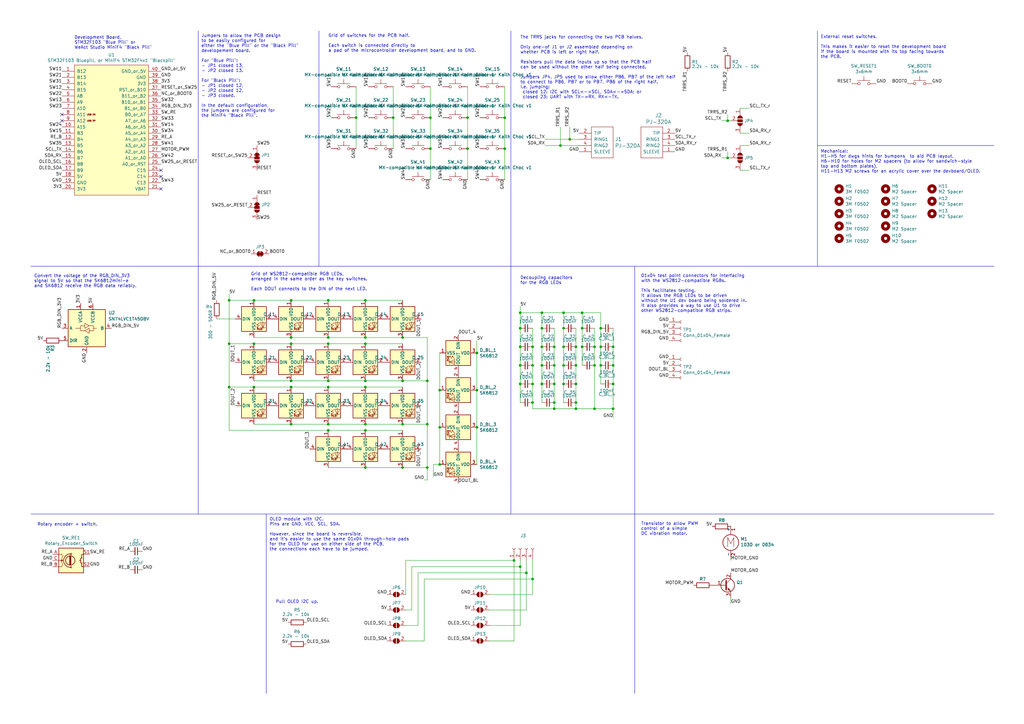
<source format=kicad_sch>
(kicad_sch (version 20230121) (generator eeschema)
  (paper "A3")
  (title_block (title "Reversible Split Keyboard Half") (date "2021-05-21") (rev "2021.5") (company "Richard Goulter") (comment 1 "SK6812mini-e used for per-key RGBs. SK6812 for underglow.") (comment 2 "TRRS Jacks connected to UART or I2C.") (comment 3 "Switch \"matrix\" is a collection of switches, each directly connected to the controller.") (comment 4 "Split keyboard half for the WeAct Studio MiniF4 dev board."))
  (junction (at 191.77 48.26))
  (junction (at 149.86 158.75))
  (junction (at 134.62 158.75))
  (junction (at 243.84 149.86))
  (junction (at 213.36 157.48))
  (junction (at 134.62 138.43))
  (junction (at 213.36 142.24))
  (junction (at 213.36 149.86))
  (junction (at 238.76 142.24))
  (junction (at 231.14 149.86))
  (junction (at 213.36 134.62))
  (junction (at 165.1 191.77))
  (junction (at 175.26 173.99))
  (junction (at 218.44 157.48))
  (junction (at 229.87 59.69))
  (junction (at 93.98 158.75))
  (junction (at 176.53 48.26))
  (junction (at 176.53 60.96))
  (junction (at 146.05 48.26))
  (junction (at 236.22 142.24))
  (junction (at 149.86 156.21))
  (junction (at 215.9 234.95))
  (junction (at 134.62 156.21))
  (junction (at 119.38 123.19))
  (junction (at 165.1 173.99))
  (junction (at 207.01 60.96))
  (junction (at 165.1 156.21))
  (junction (at 195.58 144.78))
  (junction (at 149.86 176.53))
  (junction (at 246.38 142.24))
  (junction (at 207.01 48.26))
  (junction (at 210.82 229.87))
  (junction (at 238.76 134.62))
  (junction (at 251.46 167.64))
  (junction (at 175.26 156.21))
  (junction (at 227.33 165.1))
  (junction (at 243.84 167.64))
  (junction (at 119.38 173.99))
  (junction (at 134.62 173.99))
  (junction (at 231.14 128.27))
  (junction (at 195.58 160.02))
  (junction (at 251.46 157.48))
  (junction (at 93.98 140.97))
  (junction (at 149.86 140.97))
  (junction (at 231.14 134.62))
  (junction (at 233.68 57.15))
  (junction (at 149.86 173.99))
  (junction (at 191.77 60.96))
  (junction (at 218.44 149.86))
  (junction (at 236.22 165.1))
  (junction (at 180.34 160.02))
  (junction (at 134.62 123.19))
  (junction (at 134.62 140.97))
  (junction (at 149.86 123.19))
  (junction (at 104.14 123.19))
  (junction (at 149.86 138.43))
  (junction (at 218.44 165.1))
  (junction (at 149.86 191.77))
  (junction (at 119.38 138.43))
  (junction (at 227.33 167.64))
  (junction (at 222.25 128.27))
  (junction (at 165.1 138.43))
  (junction (at 222.25 149.86))
  (junction (at 218.44 142.24))
  (junction (at 298.45 49.53))
  (junction (at 251.46 142.24))
  (junction (at 238.76 128.27))
  (junction (at 227.33 157.48))
  (junction (at 227.33 142.24))
  (junction (at 180.34 190.5))
  (junction (at 213.36 128.27))
  (junction (at 251.46 149.86))
  (junction (at 298.45 64.77))
  (junction (at 104.14 158.75))
  (junction (at 231.14 142.24))
  (junction (at 119.38 156.21))
  (junction (at 246.38 134.62))
  (junction (at 222.25 142.24))
  (junction (at 236.22 167.64))
  (junction (at 231.14 157.48))
  (junction (at 180.34 175.26))
  (junction (at 119.38 158.75))
  (junction (at 243.84 142.24))
  (junction (at 246.38 149.86))
  (junction (at 236.22 149.86))
  (junction (at 175.26 191.77))
  (junction (at 119.38 140.97))
  (junction (at 161.29 48.26))
  (junction (at 134.62 176.53))
  (junction (at 104.14 140.97))
  (junction (at 218.44 237.49))
  (junction (at 236.22 157.48))
  (junction (at 227.33 149.86))
  (junction (at 93.98 123.19))
  (junction (at 222.25 134.62))
  (junction (at 195.58 175.26))
  (junction (at 213.36 232.41))
  (junction (at 222.25 157.48))
  (no_connect (at 66.04 77.47))
  (no_connect (at 25.4 46.99))
  (no_connect (at 66.04 72.39))
  (no_connect (at 25.4 49.53))
  (no_connect (at 66.04 69.85))
  (wire (pts (xy 236.22 142.24) (xy 236.22 149.86)))
  (wire (pts (xy 246.38 134.62) (xy 246.38 128.27)))
  (wire (pts (xy 134.62 123.19) (xy 119.38 123.19)))
  (wire (pts (xy 149.86 176.53) (xy 134.62 176.53)))
  (wire (pts (xy 231.14 149.86) (xy 231.14 142.24)))
  (wire (pts (xy 233.68 57.15) (xy 233.68 52.07)))
  (wire (pts (xy 227.33 157.48) (xy 227.33 165.1)))
  (wire (pts (xy 227.33 149.86) (xy 227.33 157.48)))
  (wire (pts (xy 218.44 167.64) (xy 227.33 167.64)))
  (wire (pts (xy 175.26 138.43) (xy 175.26 156.21)))
  (wire (pts (xy 251.46 142.24) (xy 251.46 149.86)))
  (wire (pts (xy 165.1 176.53) (xy 149.86 176.53)))
  (polyline (pts (xy 407.67 59.69) (xy 335.28 59.69)))
  (wire (pts (xy 231.14 165.1) (xy 231.14 157.48)))
  (wire (pts (xy 231.14 128.27) (xy 222.25 128.27)))
  (wire (pts (xy 238.76 149.86) (xy 238.76 142.24)))
  (wire (pts (xy 175.26 173.99) (xy 175.26 191.77)))
  (wire (pts (xy 227.33 142.24) (xy 227.33 149.86)))
  (wire (pts (xy 88.9 130.81) (xy 96.52 130.81)))
  (wire (pts (xy 233.68 57.15) (xy 237.49 57.15)))
  (wire (pts (xy 243.84 142.24) (xy 243.84 149.86)))
  (wire (pts (xy 134.62 158.75) (xy 149.86 158.75)))
  (wire (pts (xy 173.99 262.89) (xy 166.37 262.89)))
  (wire (pts (xy 299.72 245.11) (xy 299.72 247.65)))
  (wire (pts (xy 165.1 191.77) (xy 175.26 191.77)))
  (wire (pts (xy 215.9 229.87) (xy 215.9 234.95)))
  (wire (pts (xy 173.99 237.49) (xy 173.99 262.89)))
  (wire (pts (xy 119.38 123.19) (xy 104.14 123.19)))
  (wire (pts (xy 161.29 60.96) (xy 161.29 48.26)))
  (wire (pts (xy 298.45 64.77) (xy 295.91 64.77)))
  (wire (pts (xy 213.36 125.73) (xy 213.36 128.27)))
  (wire (pts (xy 195.58 139.7) (xy 195.58 144.78)))
  (wire (pts (xy 236.22 157.48) (xy 236.22 165.1)))
  (wire (pts (xy 104.14 138.43) (xy 119.38 138.43)))
  (wire (pts (xy 246.38 128.27) (xy 238.76 128.27)))
  (wire (pts (xy 176.53 35.56) (xy 176.53 48.26)))
  (wire (pts (xy 222.25 165.1) (xy 222.25 157.48)))
  (wire (pts (xy 218.44 229.87) (xy 218.44 237.49)))
  (wire (pts (xy 175.26 191.77) (xy 175.26 196.85)))
  (wire (pts (xy 218.44 134.62) (xy 218.44 142.24)))
  (wire (pts (xy 213.36 165.1) (xy 213.36 157.48)))
  (wire (pts (xy 251.46 167.64) (xy 251.46 157.48)))
  (polyline (pts (xy 130.81 109.22) (xy 130.81 12.7)))
  (wire (pts (xy 134.62 173.99) (xy 119.38 173.99)))
  (wire (pts (xy 165.1 140.97) (xy 149.86 140.97)))
  (wire (pts (xy 171.45 234.95) (xy 171.45 256.54)))
  (wire (pts (xy 243.84 134.62) (xy 243.84 142.24)))
  (wire (pts (xy 195.58 144.78) (xy 195.58 160.02)))
  (wire (pts (xy 191.77 73.66) (xy 191.77 60.96)))
  (wire (pts (xy 180.34 175.26) (xy 180.34 190.5)))
  (wire (pts (xy 166.37 229.87) (xy 166.37 243.84)))
  (wire (pts (xy 231.14 134.62) (xy 231.14 128.27)))
  (wire (pts (xy 134.62 140.97) (xy 119.38 140.97)))
  (wire (pts (xy 213.36 157.48) (xy 213.36 149.86)))
  (wire (pts (xy 238.76 134.62) (xy 238.76 128.27)))
  (wire (pts (xy 236.22 134.62) (xy 236.22 142.24)))
  (wire (pts (xy 175.26 156.21) (xy 175.26 173.99)))
  (wire (pts (xy 222.25 142.24) (xy 222.25 134.62)))
  (wire (pts (xy 146.05 60.96) (xy 146.05 48.26)))
  (wire (pts (xy 238.76 142.24) (xy 238.76 134.62)))
  (wire (pts (xy 222.25 128.27) (xy 213.36 128.27)))
  (wire (pts (xy 229.87 59.69) (xy 229.87 52.07)))
  (wire (pts (xy 213.36 128.27) (xy 213.36 134.62)))
  (wire (pts (xy 180.34 144.78) (xy 180.34 160.02)))
  (wire (pts (xy 210.82 229.87) (xy 210.82 262.89)))
  (wire (pts (xy 161.29 48.26) (xy 161.29 35.56)))
  (wire (pts (xy 177.8 190.5) (xy 177.8 195.58)))
  (wire (pts (xy 149.86 173.99) (xy 165.1 173.99)))
  (wire (pts (xy 134.62 191.77) (xy 149.86 191.77)))
  (wire (pts (xy 149.86 138.43) (xy 165.1 138.43)))
  (wire (pts (xy 180.34 190.5) (xy 177.8 190.5)))
  (wire (pts (xy 195.58 175.26) (xy 195.58 190.5)))
  (wire (pts (xy 149.86 156.21) (xy 165.1 156.21)))
  (wire (pts (xy 119.38 140.97) (xy 104.14 140.97)))
  (wire (pts (xy 229.87 59.69) (xy 237.49 59.69)))
  (wire (pts (xy 303.53 59.69) (xy 307.34 59.69)))
  (wire (pts (xy 227.33 165.1) (xy 227.33 167.64)))
  (wire (pts (xy 215.9 250.19) (xy 200.66 250.19)))
  (wire (pts (xy 171.45 256.54) (xy 166.37 256.54)))
  (wire (pts (xy 303.53 69.85) (xy 307.34 69.85)))
  (wire (pts (xy 236.22 165.1) (xy 236.22 167.64)))
  (wire (pts (xy 104.14 158.75) (xy 93.98 158.75)))
  (wire (pts (xy 191.77 48.26) (xy 191.77 35.56)))
  (polyline (pts (xy 81.28 12.7) (xy 81.28 210.82)))
  (wire (pts (xy 298.45 49.53) (xy 295.91 49.53)))
  (wire (pts (xy 175.26 196.85) (xy 173.99 196.85)))
  (wire (pts (xy 246.38 157.48) (xy 246.38 149.86)))
  (wire (pts (xy 218.44 165.1) (xy 218.44 167.64)))
  (wire (pts (xy 218.44 157.48) (xy 218.44 165.1)))
  (polyline (pts (xy 12.7 210.82) (xy 407.67 210.82)))
  (wire (pts (xy 231.14 157.48) (xy 231.14 149.86)))
  (wire (pts (xy 299.72 64.77) (xy 298.45 64.77)))
  (wire (pts (xy 175.26 173.99) (xy 165.1 173.99)))
  (wire (pts (xy 222.25 149.86) (xy 222.25 142.24)))
  (wire (pts (xy 168.91 250.19) (xy 166.37 250.19)))
  (wire (pts (xy 104.14 173.99) (xy 119.38 173.99)))
  (wire (pts (xy 213.36 142.24) (xy 213.36 134.62)))
  (wire (pts (xy 213.36 232.41) (xy 168.91 232.41)))
  (wire (pts (xy 149.86 140.97) (xy 134.62 140.97)))
  (wire (pts (xy 93.98 176.53) (xy 93.98 158.75)))
  (wire (pts (xy 246.38 149.86) (xy 246.38 142.24)))
  (wire (pts (xy 227.33 134.62) (xy 227.33 142.24)))
  (wire (pts (xy 134.62 176.53) (xy 93.98 176.53)))
  (wire (pts (xy 238.76 128.27) (xy 231.14 128.27)))
  (wire (pts (xy 93.98 120.65) (xy 93.98 123.19)))
  (wire (pts (xy 215.9 234.95) (xy 171.45 234.95)))
  (wire (pts (xy 119.38 138.43) (xy 134.62 138.43)))
  (wire (pts (xy 119.38 156.21) (xy 134.62 156.21)))
  (wire (pts (xy 231.14 142.24) (xy 231.14 134.62)))
  (wire (pts (xy 146.05 35.56) (xy 146.05 48.26)))
  (wire (pts (xy 207.01 60.96) (xy 207.01 73.66)))
  (wire (pts (xy 210.82 262.89) (xy 200.66 262.89)))
  (wire (pts (xy 213.36 229.87) (xy 213.36 232.41)))
  (wire (pts (xy 195.58 160.02) (xy 195.58 175.26)))
  (wire (pts (xy 251.46 134.62) (xy 251.46 142.24)))
  (wire (pts (xy 210.82 229.87) (xy 166.37 229.87)))
  (wire (pts (xy 299.72 49.53) (xy 298.45 49.53)))
  (wire (pts (xy 93.98 140.97) (xy 93.98 123.19)))
  (wire (pts (xy 213.36 149.86) (xy 213.36 142.24)))
  (wire (pts (xy 168.91 232.41) (xy 168.91 250.19)))
  (wire (pts (xy 207.01 35.56) (xy 207.01 48.26)))
  (wire (pts (xy 222.25 134.62) (xy 222.25 128.27)))
  (wire (pts (xy 299.72 228.6) (xy 299.72 229.87)))
  (wire (pts (xy 165.1 138.43) (xy 175.26 138.43)))
  (wire (pts (xy 104.14 156.21) (xy 119.38 156.21)))
  (wire (pts (xy 236.22 167.64) (xy 243.84 167.64)))
  (wire (pts (xy 119.38 158.75) (xy 104.14 158.75)))
  (wire (pts (xy 298.45 46.99) (xy 298.45 49.53)))
  (wire (pts (xy 303.53 44.45) (xy 307.34 44.45)))
  (wire (pts (xy 223.52 59.69) (xy 229.87 59.69)))
  (wire (pts (xy 134.62 138.43) (xy 149.86 138.43)))
  (wire (pts (xy 176.53 60.96) (xy 176.53 48.26)))
  (wire (pts (xy 93.98 140.97) (xy 104.14 140.97)))
  (wire (pts (xy 176.53 60.96) (xy 176.53 73.66)))
  (polyline (pts (xy 109.22 284.48) (xy 109.22 210.82)))
  (polyline (pts (xy 209.55 12.7) (xy 209.55 210.82)))
  (wire (pts (xy 227.33 167.64) (xy 236.22 167.64)))
  (wire (pts (xy 165.1 158.75) (xy 149.86 158.75)))
  (wire (pts (xy 191.77 60.96) (xy 191.77 48.26)))
  (wire (pts (xy 298.45 62.23) (xy 298.45 64.77)))
  (wire (pts (xy 236.22 149.86) (xy 236.22 157.48)))
  (wire (pts (xy 180.34 160.02) (xy 180.34 175.26)))
  (wire (pts (xy 251.46 167.64) (xy 251.46 171.45)))
  (wire (pts (xy 251.46 149.86) (xy 251.46 157.48)))
  (wire (pts (xy 93.98 140.97) (xy 93.98 158.75)))
  (wire (pts (xy 134.62 173.99) (xy 149.86 173.99)))
  (polyline (pts (xy 260.35 109.22) (xy 260.35 284.48)))
  (wire (pts (xy 215.9 234.95) (xy 215.9 250.19)))
  (wire (pts (xy 213.36 256.54) (xy 200.66 256.54)))
  (wire (pts (xy 223.52 57.15) (xy 233.68 57.15)))
  (wire (pts (xy 149.86 191.77) (xy 165.1 191.77)))
  (wire (pts (xy 303.53 54.61) (xy 307.34 54.61)))
  (wire (pts (xy 165.1 123.19) (xy 149.86 123.19)))
  (wire (pts (xy 218.44 237.49) (xy 218.44 243.84)))
  (wire (pts (xy 134.62 156.21) (xy 149.86 156.21)))
  (polyline (pts (xy 335.28 109.22) (xy 335.28 12.7)))
  (wire (pts (xy 218.44 149.86) (xy 218.44 157.48)))
  (wire (pts (xy 243.84 149.86) (xy 243.84 167.64)))
  (wire (pts (xy 134.62 123.19) (xy 149.86 123.19)))
  (wire (pts (xy 165.1 156.21) (xy 175.26 156.21)))
  (wire (pts (xy 246.38 142.24) (xy 246.38 134.62)))
  (wire (pts (xy 213.36 232.41) (xy 213.36 256.54)))
  (wire (pts (xy 243.84 167.64) (xy 251.46 167.64)))
  (wire (pts (xy 218.44 243.84) (xy 200.66 243.84)))
  (wire (pts (xy 218.44 237.49) (xy 173.99 237.49)))
  (wire (pts (xy 134.62 158.75) (xy 119.38 158.75)))
  (wire (pts (xy 93.98 123.19) (xy 104.14 123.19)))
  (polyline (pts (xy 12.7 109.22) (xy 407.67 109.22)))
  (wire (pts (xy 207.01 48.26) (xy 207.01 60.96)))
  (wire (pts (xy 218.44 142.24) (xy 218.44 149.86)))
  (wire (pts (xy 222.25 157.48) (xy 222.25 149.86)))
  (text "Rotary encoder + switch." (at 15.24 215.9 0) (effects (font (size 1.27 1.27)) (justify left bottom)))
  (text "Convert the voltage of the RGB_DIN_3V3\nsignal to 5V so that the SK6812mini-e\nand SK6812 receive the RGB data reliably." (at 13.97 118.11 0) (effects (font (size 1.27 1.27)) (justify left bottom)))
  (text "Grid of switches for the PCB half.\n\nEach switch is connected directly to\na pad of the microcontroller development board, and to GND." (at 134.62 21.59 0) (effects (font (size 1.27 1.27)) (justify left bottom)))
  (text "The TRRS jacks for connecting the two PCB halves.\n\nOnly one-of J1 or J2 assembled depending on\nwhether PCB is left or right half.\n\nResistors pull the data inputs up so that the PCB half\ncan be used without the other half being connected.\n\nJumpers JP4, JP5 used to allow either PB6, PB7 of the left half\nto connect to PB6, PB7 or to PB7, PB6 of the right half.\ni.e. jumping:\n closed 12: I2C with SCL<->SCL, SDA<->SDA; or\n closed 23: UART with TX->RX, RX<-TX." (at 213.36 40.64 0) (effects (font (size 1.27 1.27)) (justify left bottom)))
  (text "Decoupling capacitors\nfor the RGB LEDs" (at 213.36 116.84 0) (effects (font (size 1.27 1.27)) (justify left bottom)))
  (text "01x04 test point connectors for interfacing\nwith the WS2812-compatible RGBs.\n\nThis facilitates testing.\nIt allows the RGB LEDs to be driven\nwithout the U1 dev board being soldered in.\nIt also provides a way to use U1 to drive\nother WS2812-compatible RGB strips." (at 262.89 128.27 0) (effects (font (size 1.27 1.27)) (justify left bottom)))
  (text "Jumpers to allow the PCB design\nto be easily configured for\neither the \"Blue Pill\" or the \"Black Pill\"\ndevelopement board.\n\nFor \"Blue Pill\":\n- JP1 closed 13,\n- JP2 closed 13.\n\nFor \"Black Pill\":\n- JP1 closed 12,\n- JP2 closed 12,\n- JP3 closed.\n\nIn the default configuration,\nthe jumpers are configured for\nthe MiniF4 \"Black Pill\"." (at 82.55 48.26 0) (effects (font (size 1.27 1.27)) (justify left bottom)))
  (text "Grid of WS2812-compatible RGB LEDs,\narranged in the same order as the key switches.\n\nEach DOUT connects to the DIN of the next LED." (at 102.87 119.38 0) (effects (font (size 1.27 1.27)) (justify left bottom)))
  (text "Development Board,\nSTM32F103 \"Blue Pill\" or\nWeAct Studio MiniF4 \"Black Pill\"" (at 30.48 20.32 0) (effects (font (size 1.27 1.27)) (justify left bottom)))
  (text "Mechanical:\nH1-H5 for dwgs hints for bumpons  to aid PCB layout,\nH6-H10 for holes for M2 spacers (to allow for sandwich-style\ntop and bottom plates),\nH11-H13 M2 screws for an acrylic cover over the devboard/OLED." (at 336.55 71.12 0) (effects (font (size 1.27 1.27)) (justify left bottom)))
  (text "Transistor to allow PWM\ncontrol of a simple\nDC vibration motor." (at 262.89 219.71 0) (effects (font (size 1.27 1.27)) (justify left bottom)))
  (text "Pull OLED I2C up." (at 113.03 247.65 0) (effects (font (size 1.27 1.27)) (justify left bottom)))
  (text "OLED module with I2C.\nPins are GND, VCC, SCL, SDA.\n\nHowever, since the board is reversible,\nand it’s easier to use the same 01x04 through-hole pads\nfor the OLED for use on either side of the PCB,\nthe connections each have to be jumped." (at 110.49 226.06 0) (effects (font (size 1.27 1.27)) (justify left bottom)))
  (text "External reset switches.\n\nThis makes it easier to reset the development board\nif the board is mounted with its top facing towards\nthe PCB." (at 336.55 24.13 0) (effects (font (size 1.27 1.27)) (justify left bottom)))
  (label "RGB_DIN_5V" (at 45.72 134.62 0))
  (label "5V" (at 118.11 255.27 180))
  (label "SW22" (at 25.4 39.37 180))
  (label "GND" (at 58.42 226.06 0))
  (label "5V" (at 193.04 250.19 180))
  (label "SW43" (at 196.85 73.66 90))
  (label "SW21" (at 135.89 48.26 90))
  (label "SDA_RX" (at 25.4 64.77 180))
  (label "NC_or_BOOT0" (at 102.87 104.14 180))
  (label "SW42" (at 181.61 73.66 90))
  (label "SDA_RX" (at 295.91 64.77 180))
  (label "DOUT_4" (at 187.96 137.16 0))
  (label "5V" (at 213.36 125.73 0))
  (label "SW33" (at 166.37 60.96 90))
  (label "RE_A" (at 21.59 227.33 180))
  (label "DOUT_1" (at 96.52 148.59 90))
  (label "SW14" (at 181.61 35.56 90))
  (label "SCL_TX" (at 295.91 49.53 180))
  (label "SCL_TX_r" (at 307.34 69.85 0))
  (label "GND" (at 207.01 73.66 270))
  (label "SW12" (at 25.4 36.83 180))
  (label "RESET" (at 105.41 69.85 0))
  (label "5V" (at 38.1 124.46 90))
  (label "RE_A" (at 53.34 226.06 180))
  (label "DOUT_2" (at 172.72 148.59 270))
  (label "RESET_or_SW25" (at 101.6 64.77 180))
  (label "GND" (at 191.77 73.66 270))
  (label "GND" (at 251.46 171.45 180))
  (label "5V" (at 298.45 21.59 90))
  (label "GND" (at 299.72 247.65 0))
  (label "SDA_RX" (at 223.52 59.69 180))
  (label "SCL_TX_r" (at 276.86 57.15 0))
  (label "BOOT0" (at 110.49 104.14 0))
  (label "SW12" (at 151.13 35.56 90))
  (label "GND" (at 274.32 132.08 180))
  (label "RESET_or_SW25" (at 66.04 36.83 0))
  (label "RE_B" (at 25.4 57.15 180))
  (label "TRRS_R2" (at 233.68 52.07 90))
  (label "SDA_RX_r" (at 276.86 59.69 0))
  (label "SW41" (at 166.37 73.66 90))
  (label "TRRS_R1" (at 298.45 62.23 180))
  (label "NC_or_BOOT0" (at 66.04 39.37 0))
  (label "OLED_SDA" (at 158.75 262.89 180))
  (label "SCL_TX" (at 223.52 57.15 180))
  (label "SW25" (at 105.41 90.17 0))
  (label "5V" (at 237.49 54.61 180))
  (label "SW13" (at 25.4 41.91 180))
  (label "5V" (at 195.58 139.7 0))
  (label "SW31" (at 25.4 34.29 180))
  (label "GND" (at 382.27 34.29 0))
  (label "SW_RE" (at 36.83 227.33 0))
  (label "SDA_RX_r" (at 307.34 54.61 0))
  (label "SW24" (at 25.4 52.07 180))
  (label "GND" (at 146.05 60.96 270))
  (label "DOUT_1" (at 172.72 130.81 270))
  (label "MOTOR_GND" (at 299.72 229.87 0))
  (label "SW33" (at 66.04 49.53 0))
  (label "GND" (at 25.4 74.93 180))
  (label "GND" (at 35.56 144.78 270))
  (label "RGB_DIN_5V" (at 274.32 137.16 180))
  (label "SW43" (at 66.04 74.93 0))
  (label "DOUT_BL" (at 274.32 152.4 180))
  (label "5V" (at 93.98 120.65 0))
  (label "DOUT_BL" (at 187.96 198.12 0))
  (label "SW23" (at 166.37 48.26 90))
  (label "DOUT_2" (at 96.52 166.37 90))
  (label "SW23" (at 25.4 44.45 180))
  (label "BOOT0" (at 372.11 34.29 180))
  (label "GND" (at 237.49 62.23 180))
  (label "SW14" (at 66.04 52.07 0))
  (label "3V3" (at 25.4 77.47 180))
  (label "5V" (at 118.11 264.16 180))
  (label "SW34" (at 181.61 60.96 90))
  (label "DOUT_3" (at 127 184.15 90))
  (label "GND" (at 66.04 31.75 0))
  (label "SW25_or_RESET" (at 101.6 85.09 180))
  (label "TRRS_R2" (at 298.45 29.21 270))
  (label "SW11" (at 135.89 35.56 90))
  (label "5V" (at 274.32 134.62 180))
  (label "SW11" (at 25.4 29.21 180))
  (label "TRRS_R1" (at 229.87 52.07 90))
  (label "GND" (at 359.41 34.29 0))
  (label "GND" (at 21.59 229.87 180))
  (label "SW22" (at 151.13 48.26 90))
  (label "RE_A" (at 66.04 57.15 0))
  (label "5V" (at 274.32 149.86 180))
  (label "OLED_SCL" (at 158.75 256.54 180))
  (label "RGB_DIN_3V3" (at 25.4 134.62 90))
  (label "SW15" (at 25.4 54.61 180))
  (label "TRRS_R2" (at 298.45 46.99 180))
  (label "DOUT_3" (at 172.72 166.37 270))
  (label "SW42" (at 66.04 64.77 0))
  (label "5V" (at 276.86 54.61 0))
  (label "RESET" (at 105.41 80.01 0))
  (label "SW_RE" (at 66.04 46.99 0))
  (label "MOTOR_PWM" (at 66.04 62.23 0))
  (label "SW32" (at 151.13 60.96 90))
  (label "5V" (at 158.75 250.19 180))
  (label "SW35" (at 196.85 60.96 90))
  (label "OLED_SDA" (at 125.73 264.16 0))
  (label "5V" (at 17.78 139.7 180))
  (label "SW15" (at 196.85 35.56 90))
  (label "SW24" (at 181.61 48.26 90))
  (label "SW41" (at 66.04 59.69 0))
  (label "SW35" (at 25.4 59.69 180))
  (label "5V" (at 25.4 72.39 180))
  (label "SW25" (at 196.85 48.26 90))
  (label "SW21" (at 25.4 31.75 180))
  (label "SDA_RX_r" (at 307.34 59.69 0))
  (label "SCL_TX_r" (at 307.34 44.45 0))
  (label "5V" (at 292.1 215.9 180))
  (label "OLED_SCL" (at 25.4 67.31 180))
  (label "OLED_SCL" (at 193.04 256.54 180))
  (label "RESET" (at 349.25 34.29 180))
  (label "SCL_TX" (at 25.4 62.23 180))
  (label "MOTOR_GND" (at 299.72 234.95 0))
  (label "OLED_SDA" (at 193.04 262.89 180))
  (label "GND" (at 193.04 243.84 180))
  (label "GND" (at 173.99 196.85 180))
  (label "GND" (at 274.32 139.7 180))
  (label "GND" (at 158.75 243.84 180))
  (label "SW34" (at 66.04 54.61 0))
  (label "RE_B" (at 53.34 233.68 180))
  (label "RE_B" (at 21.59 232.41 180))
  (label "5V" (at 281.94 21.59 90))
  (label "RGB_DIN_3V3" (at 66.04 44.45 0))
  (label "3V3" (at 33.02 124.46 90))
  (label "SW25_or_RESET" (at 66.04 67.31 0))
  (label "SW13" (at 166.37 35.56 90))
  (label "GND" (at 161.29 60.96 270))
  (label "TRRS_R1" (at 281.94 29.21 270))
  (label "GND" (at 274.32 154.94 180))
  (label "GND" (at 58.42 233.68 0))
  (label "SW25" (at 105.41 59.69 0))
  (label "OLED_SDA" (at 25.4 69.85 180))
  (label "GND" (at 36.83 232.41 0))
  (label "GND_or_5V" (at 66.04 29.21 0))
  (label "OLED_SCL" (at 125.73 255.27 0))
  (label "GND" (at 177.8 195.58 0))
  (label "RGB_DIN_5V" (at 88.9 123.19 90))
  (label "SW31" (at 135.89 60.96 90))
  (label "GND" (at 274.32 147.32 180))
  (label "SW32" (at 66.04 41.91 0))
  (label "3V3" (at 66.04 34.29 0))
  (label "GND" (at 276.86 62.23 0))
  (label "DOUT_4" (at 172.72 184.15 270))
  (label "GND" (at 176.53 73.66 270))
  (label "MOTOR_PWM" (at 284.48 240.03 180))
  (symbol (lib_id "Switch:SW_Push") (at 140.97 35.56 0) (unit 1)
    (property "Reference" "SW_11" (at 140.97 28.321 0))
    (property "Value" "MX-compatible or Kailh Choc v1" (at 140.97 30.6324 0))
    (property "Footprint" "ProjectLocal:SW_MX_PG1350_reversible" (effects hide))
    (property "Description" "Mechanical Keyboard switches" (effects hide))
  )
  (symbol (lib_id "LED:WS2812B") (at 104.14 130.81 0) (unit 1)
    (property "Reference" "D_11" (at 112.8776 129.6416 0) (effects (justify right bottom)))
    (property "Value" "SK6812mini-e" (effects hide))
    (property "Footprint" "ProjectLocal:SK6812-MINI-E_Reversible" (effects hide))
    (property "fit_field" "-basic" (effects hide))
    (property "Comment" "For Per-key RGB LEDs" (effects hide))
    (property "Description" "RGB LED" (effects hide))
  )
  (symbol (lib_id "Device:R") (at 298.45 25.4 0) (unit 1)
    (property "Reference" "R2" (at 300.228 25.4 0) (effects (justify left)))
    (property "Value" "2.2k - 10k" (at 300.228 26.543 0) (effects (justify left top)))
    (property "Footprint" "ProjectLocal:Resistor-Hybrid_Reversible" (effects hide))
    (property "Comment" "R3, for RGB LEDs. R5, R6 for OLED screen" (effects hide))
    (property "Description" "Resistor (1/4W through-hole, or 0805)" (effects hide))
  )
  (symbol (lib_id "Device:R") (at 281.94 25.4 0) (unit 1)
    (property "Reference" "R1" (at 283.718 25.4 0) (effects (justify left)))
    (property "Value" "2.2k - 10k" (at 283.718 26.543 0) (effects (justify left top)))
    (property "Footprint" "ProjectLocal:Resistor-Hybrid_Reversible" (effects hide))
    (property "Comment" "R3, for RGB LEDs. R5, R6 for OLED screen" (effects hide))
    (property "Description" "Resistor (1/4W through-hole, or 0805)" (effects hide))
  )
  (symbol (lib_id "Switch:SW_Push") (at 140.97 48.26 0) (unit 1)
    (property "Reference" "SW_21" (at 140.97 41.021 0))
    (property "Value" "MX-compatible or Kailh Choc v1" (at 140.97 43.3324 0))
    (property "Footprint" "ProjectLocal:SW_MX_PG1350_reversible" (effects hide))
    (property "Description" "Mechanical Keyboard switches" (effects hide))
  )
  (symbol (lib_id "Switch:SW_Push") (at 140.97 60.96 0) (unit 1)
    (property "Reference" "SW_31" (at 140.97 53.721 0))
    (property "Value" "MX-compatible or Kailh Choc v1" (at 140.97 56.0324 0))
    (property "Footprint" "ProjectLocal:SW_MX_PG1350_reversible" (effects hide))
    (property "Description" "Mechanical Keyboard switches" (effects hide))
  )
  (symbol (lib_id "Switch:SW_Push") (at 156.21 35.56 0) (unit 1)
    (property "Reference" "SW_12" (at 156.21 28.321 0))
    (property "Value" "MX-compatible or Kailh Choc v1" (at 156.21 30.6324 0))
    (property "Footprint" "ProjectLocal:SW_MX_PG1350_reversible" (effects hide))
    (property "Description" "Mechanical Keyboard switches" (effects hide))
  )
  (symbol (lib_id "Switch:SW_Push") (at 171.45 35.56 0) (unit 1)
    (property "Reference" "SW_13" (at 171.45 28.321 0))
    (property "Value" "MX-compatible or Kailh Choc v1" (at 171.45 30.6324 0))
    (property "Footprint" "ProjectLocal:SW_MX_PG1350_reversible" (effects hide))
    (property "Description" "Mechanical Keyboard switches" (effects hide))
  )
  (symbol (lib_id "Switch:SW_Push") (at 186.69 35.56 0) (unit 1)
    (property "Reference" "SW_14" (at 186.69 28.321 0))
    (property "Value" "MX-compatible or Kailh Choc v1" (at 186.69 30.6324 0))
    (property "Footprint" "ProjectLocal:SW_MX_PG1350_reversible" (effects hide))
    (property "Description" "Mechanical Keyboard switches" (effects hide))
  )
  (symbol (lib_id "Switch:SW_Push") (at 201.93 35.56 0) (unit 1)
    (property "Reference" "SW_15" (at 201.93 28.321 0))
    (property "Value" "MX-compatible or Kailh Choc v1" (at 201.93 30.6324 0))
    (property "Footprint" "ProjectLocal:SW_MX_PG1350_reversible" (effects hide))
    (property "Description" "Mechanical Keyboard switches" (effects hide))
  )
  (symbol (lib_id "Switch:SW_Push") (at 201.93 48.26 0) (unit 1)
    (property "Reference" "SW_25" (at 201.93 41.021 0))
    (property "Value" "MX-compatible or Kailh Choc v1" (at 201.93 43.3324 0))
    (property "Footprint" "ProjectLocal:SW_MX_PG1350_reversible" (effects hide))
    (property "Description" "Mechanical Keyboard switches" (effects hide))
  )
  (symbol (lib_id "Switch:SW_Push") (at 201.93 60.96 0) (unit 1)
    (property "Reference" "SW_35" (at 201.93 53.721 0))
    (property "Value" "MX-compatible or Kailh Choc v1" (at 201.93 56.0324 0))
    (property "Footprint" "ProjectLocal:SW_MX_PG1350_reversible" (effects hide))
    (property "Description" "Mechanical Keyboard switches" (effects hide))
  )
  (symbol (lib_id "Switch:SW_Push") (at 201.93 73.66 0) (unit 1)
    (property "Reference" "SW_43" (at 201.93 66.421 0))
    (property "Value" "MX-compatible or Kailh Choc v1" (at 201.93 68.7324 0))
    (property "Footprint" "ProjectLocal:SW_MX_PG1350_reversible" (effects hide))
    (property "Description" "Mechanical Keyboard switches" (effects hide))
  )
  (symbol (lib_id "Switch:SW_Push") (at 186.69 73.66 0) (unit 1)
    (property "Reference" "SW_42" (at 186.69 66.421 0))
    (property "Value" "MX-compatible or Kailh Choc v1" (at 186.69 68.7324 0))
    (property "Footprint" "ProjectLocal:SW_MX_PG1350_reversible" (effects hide))
    (property "Description" "Mechanical Keyboard switches" (effects hide))
  )
  (symbol (lib_id "Switch:SW_Push") (at 171.45 73.66 0) (unit 1)
    (property "Reference" "SW_41" (at 171.45 66.421 0))
    (property "Value" "MX-compatible or Kailh Choc v1" (at 171.45 68.7324 0))
    (property "Footprint" "ProjectLocal:SW_MX_PG1350_reversible" (effects hide))
    (property "Description" "Mechanical Keyboard switches" (effects hide))
  )
  (symbol (lib_id "Switch:SW_Push") (at 186.69 48.26 0) (unit 1)
    (property "Reference" "SW_24" (at 186.69 41.021 0))
    (property "Value" "MX-compatible or Kailh Choc v1" (at 186.69 43.3324 0))
    (property "Footprint" "ProjectLocal:SW_MX_PG1350_reversible" (effects hide))
    (property "Description" "Mechanical Keyboard switches" (effects hide))
  )
  (symbol (lib_id "Switch:SW_Push") (at 171.45 48.26 0) (unit 1)
    (property "Reference" "SW_23" (at 171.45 41.021 0))
    (property "Value" "MX-compatible or Kailh Choc v1" (at 171.45 43.3324 0))
    (property "Footprint" "ProjectLocal:SW_MX_PG1350_reversible" (effects hide))
    (property "Description" "Mechanical Keyboard switches" (effects hide))
  )
  (symbol (lib_id "Switch:SW_Push") (at 156.21 48.26 0) (unit 1)
    (property "Reference" "SW_22" (at 156.21 41.021 0))
    (property "Value" "MX-compatible or Kailh Choc v1" (at 156.21 43.3324 0))
    (property "Footprint" "ProjectLocal:SW_MX_PG1350_reversible" (effects hide))
    (property "Description" "Mechanical Keyboard switches" (effects hide))
  )
  (symbol (lib_id "Switch:SW_Push") (at 156.21 60.96 0) (unit 1)
    (property "Reference" "SW_32" (at 156.21 53.721 0))
    (property "Value" "MX-compatible or Kailh Choc v1" (at 156.21 56.0324 0))
    (property "Footprint" "ProjectLocal:SW_MX_PG1350_reversible" (effects hide))
    (property "Description" "Mechanical Keyboard switches" (effects hide))
  )
  (symbol (lib_id "Switch:SW_Push") (at 171.45 60.96 0) (unit 1)
    (property "Reference" "SW_33" (at 171.45 53.721 0))
    (property "Value" "MX-compatible or Kailh Choc v1" (at 171.45 56.0324 0))
    (property "Footprint" "ProjectLocal:SW_MX_PG1350_reversible" (effects hide))
    (property "Description" "Mechanical Keyboard switches" (effects hide))
  )
  (symbol (lib_id "Switch:SW_Push") (at 186.69 60.96 0) (unit 1)
    (property "Reference" "SW_34" (at 186.69 53.721 0))
    (property "Value" "MX-compatible or Kailh Choc v1" (at 186.69 56.0324 0))
    (property "Footprint" "ProjectLocal:SW_MX_PG1350_reversible" (effects hide))
    (property "Description" "Mechanical Keyboard switches" (effects hide))
  )
  (symbol (lib_id "keebio:TRRS") (at 246.38 64.77 0) (unit 1)
    (property "Reference" "J1" (at 252.1712 57.0738 0) (effects (font (size 1.524 1.524)) (justify left)))
    (property "Value" "PJ-320A" (at 252.1712 59.7662 0) (effects (font (size 1.524 1.524)) (justify left)))
    (property "Footprint" "Keebio-Parts:TRRS-PJ-320A" (effects hide))
    (property "Description" "TRRS (4-pole) Jack" (effects hide))
  )
  (symbol (lib_id "keebio:TRRS") (at 267.97 64.77 0) (mirror y) (unit 1)
    (property "Reference" "J2" (at 270.0782 47.3202 0) (effects (font (size 1.524 1.524))))
    (property "Value" "PJ-320A" (at 270.0782 50.0126 0) (effects (font (size 1.524 1.524))))
    (property "Footprint" "Keebio-Parts:TRRS-PJ-320A" (effects hide))
    (property "Description" "TRRS (4-pole) Jack" (effects hide))
  )
  (symbol (lib_id "LED:WS2812B") (at 119.38 130.81 0) (unit 1)
    (property "Reference" "D_12" (at 128.1176 129.6416 0) (effects (justify right bottom)))
    (property "Value" "SK6812mini-e" (effects hide))
    (property "Footprint" "ProjectLocal:SK6812-MINI-E_Reversible" (effects hide))
    (property "fit_field" "-basic" (effects hide))
    (property "Comment" "For Per-key RGB LEDs" (effects hide))
    (property "Description" "RGB LED" (effects hide))
  )
  (symbol (lib_id "LED:WS2812B") (at 134.62 130.81 0) (unit 1)
    (property "Reference" "D_13" (at 143.3576 129.6416 0) (effects (justify right bottom)))
    (property "Value" "SK6812mini-e" (effects hide))
    (property "Footprint" "ProjectLocal:SK6812-MINI-E_Reversible" (effects hide))
    (property "fit_field" "-basic" (effects hide))
    (property "Comment" "For Per-key RGB LEDs" (effects hide))
    (property "Description" "RGB LED" (effects hide))
  )
  (symbol (lib_id "LED:WS2812B") (at 149.86 130.81 0) (unit 1)
    (property "Reference" "D_14" (at 158.5976 129.6416 0) (effects (justify right bottom)))
    (property "Value" "SK6812mini-e" (effects hide))
    (property "Footprint" "ProjectLocal:SK6812-MINI-E_Reversible" (effects hide))
    (property "fit_field" "-basic" (effects hide))
    (property "Comment" "For Per-key RGB LEDs" (effects hide))
    (property "Description" "RGB LED" (effects hide))
  )
  (symbol (lib_id "LED:WS2812B") (at 165.1 130.81 0) (unit 1)
    (property "Reference" "D_15" (at 173.8376 129.6416 0) (effects (justify right bottom)))
    (property "Value" "SK6812mini-e" (effects hide))
    (property "Footprint" "ProjectLocal:SK6812-MINI-E_Reversible" (effects hide))
    (property "fit_field" "-basic" (effects hide))
    (property "Comment" "For Per-key RGB LEDs" (effects hide))
    (property "Description" "RGB LED" (effects hide))
  )
  (symbol (lib_id "LED:WS2812B") (at 104.14 148.59 0) (unit 1)
    (property "Reference" "D_21" (at 112.8776 147.4216 0) (effects (justify right bottom)))
    (property "Value" "SK6812mini-e" (effects hide))
    (property "Footprint" "ProjectLocal:SK6812-MINI-E_Reversible" (effects hide))
    (property "fit_field" "-basic" (effects hide))
    (property "Comment" "For Per-key RGB LEDs" (effects hide))
    (property "Description" "RGB LED" (effects hide))
  )
  (symbol (lib_id "LED:WS2812B") (at 119.38 148.59 0) (unit 1)
    (property "Reference" "D_22" (at 128.1176 147.4216 0) (effects (justify right bottom)))
    (property "Value" "SK6812mini-e" (effects hide))
    (property "Footprint" "ProjectLocal:SK6812-MINI-E_Reversible" (effects hide))
    (property "fit_field" "-basic" (effects hide))
    (property "Comment" "For Per-key RGB LEDs" (effects hide))
    (property "Description" "RGB LED" (effects hide))
  )
  (symbol (lib_id "LED:WS2812B") (at 134.62 148.59 0) (unit 1)
    (property "Reference" "D_23" (at 143.3576 147.4216 0) (effects (justify right bottom)))
    (property "Value" "SK6812mini-e" (effects hide))
    (property "Footprint" "ProjectLocal:SK6812-MINI-E_Reversible" (effects hide))
    (property "fit_field" "-basic" (effects hide))
    (property "Comment" "For Per-key RGB LEDs" (effects hide))
    (property "Description" "RGB LED" (effects hide))
  )
  (symbol (lib_id "LED:WS2812B") (at 149.86 148.59 0) (unit 1)
    (property "Reference" "D_24" (at 158.5976 147.4216 0) (effects (justify right bottom)))
    (property "Value" "SK6812mini-e" (effects hide))
    (property "Footprint" "ProjectLocal:SK6812-MINI-E_Reversible" (effects hide))
    (property "fit_field" "-basic" (effects hide))
    (property "Comment" "For Per-key RGB LEDs" (effects hide))
    (property "Description" "RGB LED" (effects hide))
  )
  (symbol (lib_id "LED:WS2812B") (at 165.1 148.59 0) (unit 1)
    (property "Reference" "D_25" (at 173.8376 147.4216 0) (effects (justify right bottom)))
    (property "Value" "SK6812mini-e" (effects hide))
    (property "Footprint" "ProjectLocal:SK6812-MINI-E_Reversible" (effects hide))
    (property "fit_field" "-basic" (effects hide))
    (property "Comment" "For Per-key RGB LEDs" (effects hide))
    (property "Description" "RGB LED" (effects hide))
  )
  (symbol (lib_id "LED:WS2812B") (at 104.14 166.37 0) (unit 1)
    (property "Reference" "D_31" (at 112.8776 165.2016 0) (effects (justify right bottom)))
    (property "Value" "SK6812mini-e" (effects hide))
    (property "Footprint" "ProjectLocal:SK6812-MINI-E_Reversible" (effects hide))
    (property "fit_field" "-basic" (effects hide))
    (property "Comment" "For Per-key RGB LEDs" (effects hide))
    (property "Description" "RGB LED" (effects hide))
  )
  (symbol (lib_id "LED:WS2812B") (at 119.38 166.37 0) (unit 1)
    (property "Reference" "D_32" (at 128.1176 165.2016 0) (effects (justify right bottom)))
    (property "Value" "SK6812mini-e" (effects hide))
    (property "Footprint" "ProjectLocal:SK6812-MINI-E_Reversible" (effects hide))
    (property "fit_field" "-basic" (effects hide))
    (property "Comment" "For Per-key RGB LEDs" (effects hide))
    (property "Description" "RGB LED" (effects hide))
  )
  (symbol (lib_id "LED:WS2812B") (at 134.62 166.37 0) (unit 1)
    (property "Reference" "D_33" (at 143.3576 165.2016 0) (effects (justify right bottom)))
    (property "Value" "SK6812mini-e" (effects hide))
    (property "Footprint" "ProjectLocal:SK6812-MINI-E_Reversible" (effects hide))
    (property "fit_field" "-basic" (effects hide))
    (property "Comment" "For Per-key RGB LEDs" (effects hide))
    (property "Description" "RGB LED" (effects hide))
  )
  (symbol (lib_id "LED:WS2812B") (at 149.86 166.37 0) (unit 1)
    (property "Reference" "D_34" (at 158.5976 165.2016 0) (effects (justify right bottom)))
    (property "Value" "SK6812mini-e" (effects hide))
    (property "Footprint" "ProjectLocal:SK6812-MINI-E_Reversible" (effects hide))
    (property "fit_field" "-basic" (effects hide))
    (property "Comment" "For Per-key RGB LEDs" (effects hide))
    (property "Description" "RGB LED" (effects hide))
  )
  (symbol (lib_id "LED:WS2812B") (at 165.1 166.37 0) (unit 1)
    (property "Reference" "D_35" (at 173.8376 165.2016 0) (effects (justify right bottom)))
    (property "Value" "SK6812mini-e" (effects hide))
    (property "Footprint" "ProjectLocal:SK6812-MINI-E_Reversible" (effects hide))
    (property "fit_field" "-basic" (effects hide))
    (property "Comment" "For Per-key RGB LEDs" (effects hide))
    (property "Description" "RGB LED" (effects hide))
  )
  (symbol (lib_id "LED:WS2812B") (at 165.1 184.15 0) (unit 1)
    (property "Reference" "D_43" (at 173.8376 182.9816 0) (effects (justify right bottom)))
    (property "Value" "SK6812mini-e" (effects hide))
    (property "Footprint" "ProjectLocal:SK6812-MINI-E_Reversible" (effects hide))
    (property "fit_field" "-basic" (effects hide))
    (property "Comment" "For Per-key RGB LEDs" (effects hide))
    (property "Description" "RGB LED" (effects hide))
  )
  (symbol (lib_id "LED:WS2812B") (at 149.86 184.15 0) (unit 1)
    (property "Reference" "D_42" (at 158.5976 182.9816 0) (effects (justify right bottom)))
    (property "Value" "SK6812mini-e" (effects hide))
    (property "Footprint" "ProjectLocal:SK6812-MINI-E_Reversible" (effects hide))
    (property "fit_field" "-basic" (effects hide))
    (property "Comment" "For Per-key RGB LEDs" (effects hide))
    (property "Description" "RGB LED" (effects hide))
  )
  (symbol (lib_id "LED:WS2812B") (at 134.62 184.15 0) (unit 1)
    (property "Reference" "D_41" (at 143.3576 182.9816 0) (effects (justify right bottom)))
    (property "Value" "SK6812mini-e" (effects hide))
    (property "Footprint" "ProjectLocal:SK6812-MINI-E_Reversible" (effects hide))
    (property "fit_field" "-basic" (effects hide))
    (property "Comment" "For Per-key RGB LEDs" (effects hide))
    (property "Description" "RGB LED" (effects hide))
  )
  (symbol (lib_id "Mechanical:MountingHole") (at 344.17 77.47 0) (unit 1)
    (property "Reference" "H1" (at 346.71 76.3016 0) (effects (justify left)))
    (property "Value" "3M F0502" (at 346.71 78.613 0) (effects (justify left)))
    (property "Footprint" "ProjectLocal:Bumpon_3M_F0502" (effects hide))
    (property "Comment" "Can be larger if using bottom plate" (effects hide))
    (property "Description" "Bumpons" (effects hide))
  )
  (symbol (lib_id "Mechanical:MountingHole") (at 344.17 82.55 0) (unit 1)
    (property "Reference" "H2" (at 346.71 81.3816 0) (effects (justify left)))
    (property "Value" "3M F0502" (at 346.71 83.693 0) (effects (justify left)))
    (property "Footprint" "ProjectLocal:Bumpon_3M_F0502" (effects hide))
    (property "Comment" "Can be larger if using bottom plate" (effects hide))
    (property "Description" "Bumpons" (effects hide))
  )
  (symbol (lib_id "Mechanical:MountingHole") (at 344.17 87.63 0) (unit 1)
    (property "Reference" "H3" (at 346.71 86.4616 0) (effects (justify left)))
    (property "Value" "3M F0502" (at 346.71 88.773 0) (effects (justify left)))
    (property "Footprint" "ProjectLocal:Bumpon_3M_F0502" (effects hide))
    (property "Comment" "Can be larger if using bottom plate" (effects hide))
    (property "Description" "Bumpons" (effects hide))
  )
  (symbol (lib_id "Mechanical:MountingHole") (at 344.17 92.71 0) (unit 1)
    (property "Reference" "H4" (at 346.71 91.5416 0) (effects (justify left)))
    (property "Value" "3M F0502" (at 346.71 93.853 0) (effects (justify left)))
    (property "Footprint" "ProjectLocal:Bumpon_3M_F0502" (effects hide))
    (property "Comment" "Can be larger if using bottom plate" (effects hide))
    (property "Description" "Bumpons" (effects hide))
  )
  (symbol (lib_id "Mechanical:MountingHole") (at 344.17 97.79 0) (unit 1)
    (property "Reference" "H5" (at 346.71 96.6216 0) (effects (justify left)))
    (property "Value" "3M F0502" (at 346.71 98.933 0) (effects (justify left)))
    (property "Footprint" "ProjectLocal:Bumpon_3M_F0502" (effects hide))
    (property "Comment" "Can be larger if using bottom plate" (effects hide))
    (property "Description" "Bumpons" (effects hide))
  )
  (symbol (lib_id "Mechanical:MountingHole") (at 363.22 77.47 0) (unit 1)
    (property "Reference" "H6" (at 365.76 76.3016 0) (effects (justify left)))
    (property "Value" "M2 Spacer" (at 365.76 78.613 0) (effects (justify left)))
    (property "Footprint" "ProjectLocal:H_M2_Spacer_Hole" (effects hide))
    (property "Description" "Spacers" (effects hide))
    (property "Comment" "For spacing between switch plate and bottom plate. For MX switches: length 8mm. For Choc: length 5mm. Screws M2x5mm for MX (or M2x4mm for Choc)." (effects hide))
  )
  (symbol (lib_id "Mechanical:MountingHole") (at 363.22 82.55 0) (unit 1)
    (property "Reference" "H7" (at 365.76 81.3816 0) (effects (justify left)))
    (property "Value" "M2 Spacer" (at 365.76 83.693 0) (effects (justify left)))
    (property "Footprint" "ProjectLocal:H_M2_Spacer_Hole" (effects hide))
    (property "Description" "Spacers" (effects hide))
    (property "Comment" "For spacing between switch plate and bottom plate. For MX switches: length 8mm. For Choc: length 5mm. Screws M2x5mm for MX (or M2x4mm for Choc)." (effects hide))
  )
  (symbol (lib_id "Mechanical:MountingHole") (at 363.22 87.63 0) (unit 1)
    (property "Reference" "H8" (at 365.76 86.4616 0) (effects (justify left)))
    (property "Value" "M2 Spacer" (at 365.76 88.773 0) (effects (justify left)))
    (property "Footprint" "ProjectLocal:H_M2_Spacer_Hole" (effects hide))
    (property "Description" "Spacers" (effects hide))
    (property "Comment" "For spacing between switch plate and bottom plate. For MX switches: length 8mm. For Choc: length 5mm. Screws M2x5mm for MX (or M2x4mm for Choc)." (effects hide))
  )
  (symbol (lib_id "Mechanical:MountingHole") (at 363.22 92.71 0) (unit 1)
    (property "Reference" "H9" (at 365.76 91.5416 0) (effects (justify left)))
    (property "Value" "M2 Spacer" (at 365.76 93.853 0) (effects (justify left)))
    (property "Footprint" "ProjectLocal:H_M2_Spacer_Hole" (effects hide))
    (property "Description" "Spacers" (effects hide))
    (property "Comment" "For spacing between switch plate and bottom plate. For MX switches: length 8mm. For Choc: length 5mm. Screws M2x5mm for MX (or M2x4mm for Choc)." (effects hide))
  )
  (symbol (lib_id "Mechanical:MountingHole") (at 363.22 97.79 0) (unit 1)
    (property "Reference" "H10" (at 365.76 96.6216 0) (effects (justify left)))
    (property "Value" "M2 Spacer" (at 365.76 98.933 0) (effects (justify left)))
    (property "Footprint" "ProjectLocal:H_M2_Spacer_Hole" (effects hide))
    (property "Description" "Spacers" (effects hide))
    (property "Comment" "For spacing between switch plate and bottom plate. For MX switches: length 8mm. For Choc: length 5mm. Screws M2x5mm for MX (or M2x4mm for Choc)." (effects hide))
  )
  (symbol (lib_id "Device:C_Small") (at 215.9 134.62 270) (unit 1)
    (property "Reference" "C_11" (at 215.9 131.1402 90) (effects (justify bottom)))
    (property "Value" "100nF" (at 215.9 131.1148 90) (effects (justify top)))
    (property "Footprint" "ProjectLocal:C_0805_2012Metric_Pad1.18x1.45mm_HandSolder_Dual_Reversible" (effects hide))
    (property "fit_field" "-basic" (effects hide))
    (property "Comment" "For Per-key RGB LEDs" (effects hide))
    (property "Description" "Capacitor (Through-hole or 0805)" (effects hide))
  )
  (symbol (lib_id "Logic_LevelTranslator:SN74LVC1T45DBV") (at 35.56 134.62 0) (unit 1)
    (property "Reference" "U2" (at 44.45 128.27 0) (effects (justify left)))
    (property "Value" "SN74LVC1T45DBV" (at 44.45 130.81 0) (effects (justify left)))
    (property "Footprint" "ProjectLocal:SOT-23-6_Handsoldering_Reversible" (effects hide))
    (property "Datasheet" "http://www.ti.com/lit/ds/symlink/sn74lvc1t45.pdf" (effects hide))
    (property "fit_field" "-basic" (effects hide))
    (property "Comment" "For RGB LEDs" (effects hide))
    (property "Description" "SOT-23-6 Logic Level Shifter" (effects hide))
  )
  (symbol (lib_id "Device:R") (at 21.59 139.7 270) (unit 1)
    (property "Reference" "R3" (at 21.59 141.478 0) (effects (justify left)))
    (property "Value" "2.2k - 10k" (at 20.447 141.478 0) (effects (justify left top)))
    (property "Footprint" "ProjectLocal:Resistor-Hybrid_Reversible" (effects hide))
    (property "fit_field" "-basic" (effects hide))
    (property "Comment" "R3, for RGB LEDs. R5, R6 for OLED screen" (effects hide))
    (property "Description" "Resistor (1/4W through-hole, or 0805)" (effects hide))
  )
  (symbol (lib_id "LED:SK6812") (at 187.96 144.78 270) (unit 1)
    (property "Reference" "D_BL_1" (at 196.6976 143.6116 90) (effects (justify left)))
    (property "Value" "SK6812" (at 196.6976 145.923 90) (effects (justify left)))
    (property "Footprint" "ProjectLocal:LED_SK6812_PLCC4_5.0x5.0mm_P3.2mm_Reversible" (effects hide))
    (property "Datasheet" "https://cdn-shop.adafruit.com/product-files/1138/SK6812+LED+datasheet+.pdf" (effects hide))
    (property "fit_field" "-basic" (effects hide))
    (property "Description" "RGB LED" (effects hide))
    (property "Comment" "For underglow RGB LEDs" (effects hide))
  )
  (symbol (lib_id "LED:SK6812") (at 187.96 160.02 270) (unit 1)
    (property "Reference" "D_BL_2" (at 196.6976 158.8516 90) (effects (justify left)))
    (property "Value" "SK6812" (at 196.6976 161.163 90) (effects (justify left)))
    (property "Footprint" "ProjectLocal:LED_SK6812_PLCC4_5.0x5.0mm_P3.2mm_Reversible" (effects hide))
    (property "Datasheet" "https://cdn-shop.adafruit.com/product-files/1138/SK6812+LED+datasheet+.pdf" (effects hide))
    (property "fit_field" "-basic" (effects hide))
    (property "Description" "RGB LED" (effects hide))
    (property "Comment" "For underglow RGB LEDs" (effects hide))
  )
  (symbol (lib_id "LED:SK6812") (at 187.96 175.26 270) (unit 1)
    (property "Reference" "D_BL_3" (at 196.6976 174.0916 90) (effects (justify left)))
    (property "Value" "SK6812" (at 196.6976 176.403 90) (effects (justify left)))
    (property "Footprint" "ProjectLocal:LED_SK6812_PLCC4_5.0x5.0mm_P3.2mm_Reversible" (effects hide))
    (property "Datasheet" "https://cdn-shop.adafruit.com/product-files/1138/SK6812+LED+datasheet+.pdf" (effects hide))
    (property "fit_field" "-basic" (effects hide))
    (property "Description" "RGB LED" (effects hide))
    (property "Comment" "For underglow RGB LEDs" (effects hide))
  )
  (symbol (lib_id "LED:SK6812") (at 187.96 190.5 270) (unit 1)
    (property "Reference" "D_BL_4" (at 196.6976 189.3316 90) (effects (justify left)))
    (property "Value" "SK6812" (at 196.6976 191.643 90) (effects (justify left)))
    (property "Footprint" "ProjectLocal:LED_SK6812_PLCC4_5.0x5.0mm_P3.2mm_Reversible" (effects hide))
    (property "Datasheet" "https://cdn-shop.adafruit.com/product-files/1138/SK6812+LED+datasheet+.pdf" (effects hide))
    (property "fit_field" "-basic" (effects hide))
    (property "Description" "RGB LED" (effects hide))
    (property "Comment" "For underglow RGB LEDs" (effects hide))
  )
  (symbol (lib_id "Device:C_Small") (at 248.92 134.62 90) (unit 1)
    (property "Reference" "C_BL_1" (at 248.92 138.0998 90) (effects (justify bottom)))
    (property "Value" "100nF" (at 248.92 138.1252 90) (effects (justify top)))
    (property "Footprint" "ProjectLocal:C_0805_2012Metric_Pad1.18x1.45mm_HandSolder_Dual_Reversible" (effects hide))
    (property "fit_field" "-basic" (effects hide))
    (property "Comment" "For underglow RGB LEDs" (effects hide))
    (property "Description" "Capacitor (Through-hole or 0805)" (effects hide))
  )
  (symbol (lib_id "Device:C_Small") (at 248.92 142.24 90) (unit 1)
    (property "Reference" "C_BL_2" (at 248.92 145.7198 90) (effects (justify bottom)))
    (property "Value" "100nF" (at 248.92 145.7452 90) (effects (justify top)))
    (property "Footprint" "ProjectLocal:C_0805_2012Metric_Pad1.18x1.45mm_HandSolder_Dual_Reversible" (effects hide))
    (property "fit_field" "-basic" (effects hide))
    (property "Comment" "For underglow RGB LEDs" (effects hide))
    (property "Description" "Capacitor (Through-hole or 0805)" (effects hide))
  )
  (symbol (lib_id "Device:C_Small") (at 248.92 149.86 90) (unit 1)
    (property "Reference" "C_BL_3" (at 248.92 153.3398 90) (effects (justify bottom)))
    (property "Value" "100nF" (at 248.92 153.3652 90) (effects (justify top)))
    (property "Footprint" "ProjectLocal:C_0805_2012Metric_Pad1.18x1.45mm_HandSolder_Dual_Reversible" (effects hide))
    (property "fit_field" "-basic" (effects hide))
    (property "Comment" "For underglow RGB LEDs" (effects hide))
    (property "Description" "Capacitor (Through-hole or 0805)" (effects hide))
  )
  (symbol (lib_id "Device:C_Small") (at 248.92 157.48 90) (unit 1)
    (property "Reference" "C_BL_4" (at 248.92 160.9598 90) (effects (justify bottom)))
    (property "Value" "100nF" (at 248.92 160.9852 90) (effects (justify top)))
    (property "Footprint" "ProjectLocal:C_0805_2012Metric_Pad1.18x1.45mm_HandSolder_Dual_Reversible" (effects hide))
    (property "fit_field" "-basic" (effects hide))
    (property "Comment" "For underglow RGB LEDs" (effects hide))
    (property "Description" "Capacitor (Through-hole or 0805)" (effects hide))
  )
  (symbol (lib_id "Device:C_Small") (at 215.9 142.24 270) (unit 1)
    (property "Reference" "C_12" (at 215.9 138.7602 90) (effects (justify bottom)))
    (property "Value" "100nF" (at 215.9 138.7348 90) (effects (justify top)))
    (property "Footprint" "ProjectLocal:C_0805_2012Metric_Pad1.18x1.45mm_HandSolder_Dual_Reversible" (effects hide))
    (property "fit_field" "-basic" (effects hide))
    (property "Comment" "For Per-key RGB LEDs" (effects hide))
    (property "Description" "Capacitor (Through-hole or 0805)" (effects hide))
  )
  (symbol (lib_id "Device:C_Small") (at 215.9 149.86 270) (unit 1)
    (property "Reference" "C_13" (at 215.9 146.3802 90) (effects (justify bottom)))
    (property "Value" "100nF" (at 215.9 146.3548 90) (effects (justify top)))
    (property "Footprint" "ProjectLocal:C_0805_2012Metric_Pad1.18x1.45mm_HandSolder_Dual_Reversible" (effects hide))
    (property "fit_field" "-basic" (effects hide))
    (property "Comment" "For Per-key RGB LEDs" (effects hide))
    (property "Description" "Capacitor (Through-hole or 0805)" (effects hide))
  )
  (symbol (lib_id "Device:C_Small") (at 215.9 157.48 270) (unit 1)
    (property "Reference" "C_14" (at 215.9 154.0002 90) (effects (justify bottom)))
    (property "Value" "100nF" (at 215.9 153.9748 90) (effects (justify top)))
    (property "Footprint" "ProjectLocal:C_0805_2012Metric_Pad1.18x1.45mm_HandSolder_Dual_Reversible" (effects hide))
    (property "fit_field" "-basic" (effects hide))
    (property "Comment" "For Per-key RGB LEDs" (effects hide))
    (property "Description" "Capacitor (Through-hole or 0805)" (effects hide))
  )
  (symbol (lib_id "Device:C_Small") (at 215.9 165.1 270) (unit 1)
    (property "Reference" "C_15" (at 215.9 161.6202 90) (effects (justify bottom)))
    (property "Value" "100nF" (at 215.9 161.5948 90) (effects (justify top)))
    (property "Footprint" "ProjectLocal:C_0805_2012Metric_Pad1.18x1.45mm_HandSolder_Dual_Reversible" (effects hide))
    (property "fit_field" "-basic" (effects hide))
    (property "Comment" "For Per-key RGB LEDs" (effects hide))
    (property "Description" "Capacitor (Through-hole or 0805)" (effects hide))
  )
  (symbol (lib_id "Connector:Conn_01x04_Female") (at 279.4 134.62 0) (unit 1)
    (property "Reference" "TP1" (at 280.1112 135.2296 0) (effects (justify left)))
    (property "Value" "Conn_01x04_Female" (at 280.1112 137.541 0) (effects (justify left)))
    (property "Footprint" "Connector_PinHeader_2.54mm:PinHeader_1x04_P2.54mm_Vertical" (effects hide))
    (property "Description" "Testing Point" (effects hide))
  )
  (symbol (lib_id "Connector:Conn_01x04_Female") (at 279.4 149.86 0) (unit 1)
    (property "Reference" "TP2" (at 280.1112 150.4696 0) (effects (justify left)))
    (property "Value" "Conn_01x04_Female" (at 280.1112 152.781 0) (effects (justify left)))
    (property "Footprint" "Connector_PinHeader_2.54mm:PinHeader_1x04_P2.54mm_Vertical" (effects hide))
    (property "Description" "Testing Point" (effects hide))
  )
  (symbol (lib_id "Device:Rotary_Encoder_Switch") (at 29.21 229.87 0) (unit 1)
    (property "Reference" "SW_RE1" (at 29.21 220.5482 0))
    (property "Value" "Rotary_Encoder_Switch" (at 29.21 222.8596 0))
    (property "Footprint" "ProjectLocal:RotaryEncoder_Alps_EC11E-Switch_Vertical_H20mm_Reversible" (effects hide))
    (property "fit_field" "-basic" (effects hide))
    (property "Comment" "For Rotary Encoder" (effects hide))
    (property "Description" "Rotary Encoder" (effects hide))
  )
  (symbol (lib_id "Device:C_Small") (at 224.79 134.62 270) (unit 1)
    (property "Reference" "C_21" (at 224.79 131.1402 90) (effects (justify bottom)))
    (property "Value" "100nF" (at 224.79 131.1148 90) (effects (justify top)))
    (property "Footprint" "ProjectLocal:C_0805_2012Metric_Pad1.18x1.45mm_HandSolder_Dual_Reversible" (effects hide))
    (property "fit_field" "-basic" (effects hide))
    (property "Comment" "For Per-key RGB LEDs" (effects hide))
    (property "Description" "Capacitor (Through-hole or 0805)" (effects hide))
  )
  (symbol (lib_id "Connector:Conn_01x04_Female") (at 213.36 224.79 90) (unit 1)
    (property "Reference" "J3" (at 213.36 219.71 90) (effects (justify right)))
    (property "Value" "01x04 Female Header" (effects hide))
    (property "Footprint" "Connector_PinSocket_2.54mm:PinSocket_1x04_P2.54mm_Vertical" (effects hide))
    (property "fit_field" "-basic" (effects hide))
    (property "Comment" "For OLED screen" (effects hide))
    (property "Description" "Female Header" (effects hide))
  )
  (symbol (lib_id "Jumper:SolderJumper_2_Open") (at 162.56 243.84 0) (unit 1)
    (property "Reference" "JP6" (at 162.56 240.9698 0))
    (property "Value" "SolderJumper_2_Open" (effects hide))
    (property "Footprint" "Jumper:SolderJumper-2_P1.3mm_Open_Pad1.0x1.5mm" (effects hide))
    (property "Comment" "Jump appropriate side for OLED screen" (effects hide))
    (property "Description" "Solder Jumper" (effects hide))
  )
  (symbol (lib_id "Jumper:SolderJumper_2_Open") (at 162.56 250.19 0) (unit 1)
    (property "Reference" "JP7" (at 162.56 247.3198 0))
    (property "Value" "SolderJumper_2_Open" (effects hide))
    (property "Footprint" "Jumper:SolderJumper-2_P1.3mm_Open_Pad1.0x1.5mm" (effects hide))
    (property "Comment" "Jump appropriate side for OLED screen" (effects hide))
    (property "Description" "Solder Jumper" (effects hide))
  )
  (symbol (lib_id "Jumper:SolderJumper_2_Open") (at 162.56 256.54 0) (unit 1)
    (property "Reference" "JP8" (at 162.56 253.6698 0))
    (property "Value" "SolderJumper_2_Open" (effects hide))
    (property "Footprint" "Jumper:SolderJumper-2_P1.3mm_Open_Pad1.0x1.5mm" (effects hide))
    (property "Comment" "Jump appropriate side for OLED screen" (effects hide))
    (property "Description" "Solder Jumper" (effects hide))
  )
  (symbol (lib_id "Jumper:SolderJumper_2_Open") (at 162.56 262.89 0) (unit 1)
    (property "Reference" "JP9" (at 162.56 260.0198 0))
    (property "Value" "SolderJumper_2_Open" (effects hide))
    (property "Footprint" "Jumper:SolderJumper-2_P1.3mm_Open_Pad1.0x1.5mm" (effects hide))
    (property "Comment" "Jump appropriate side for OLED screen" (effects hide))
    (property "Description" "Solder Jumper" (effects hide))
  )
  (symbol (lib_id "Jumper:SolderJumper_2_Open") (at 196.85 243.84 0) (unit 1)
    (property "Reference" "JP10" (at 196.85 240.9698 0))
    (property "Value" "SolderJumper_2_Open" (effects hide))
    (property "Footprint" "Jumper:SolderJumper-2_P1.3mm_Open_Pad1.0x1.5mm" (effects hide))
    (property "Comment" "Jump appropriate side for OLED screen" (effects hide))
    (property "Description" "Solder Jumper" (effects hide))
  )
  (symbol (lib_id "Jumper:SolderJumper_2_Open") (at 196.85 250.19 0) (unit 1)
    (property "Reference" "JP11" (at 196.85 247.3198 0))
    (property "Value" "SolderJumper_2_Open" (effects hide))
    (property "Footprint" "Jumper:SolderJumper-2_P1.3mm_Open_Pad1.0x1.5mm" (effects hide))
    (property "Comment" "Jump appropriate side for OLED screen" (effects hide))
    (property "Description" "Solder Jumper" (effects hide))
  )
  (symbol (lib_id "Jumper:SolderJumper_2_Open") (at 196.85 256.54 0) (unit 1)
    (property "Reference" "JP12" (at 196.85 253.6698 0))
    (property "Value" "SolderJumper_2_Open" (effects hide))
    (property "Footprint" "Jumper:SolderJumper-2_P1.3mm_Open_Pad1.0x1.5mm" (effects hide))
    (property "Comment" "Jump appropriate side for OLED screen" (effects hide))
    (property "Description" "Solder Jumper" (effects hide))
  )
  (symbol (lib_id "Jumper:SolderJumper_2_Open") (at 196.85 262.89 0) (unit 1)
    (property "Reference" "JP13" (at 196.85 260.0198 0))
    (property "Value" "SolderJumper_2_Open" (effects hide))
    (property "Footprint" "Jumper:SolderJumper-2_P1.3mm_Open_Pad1.0x1.5mm" (effects hide))
    (property "Comment" "Jump appropriate side for OLED screen" (effects hide))
    (property "Description" "Solder Jumper" (effects hide))
  )
  (symbol (lib_id "Device:C_Small") (at 224.79 142.24 270) (unit 1)
    (property "Reference" "C_22" (at 224.79 138.7602 90) (effects (justify bottom)))
    (property "Value" "100nF" (at 224.79 138.7348 90) (effects (justify top)))
    (property "Footprint" "ProjectLocal:C_0805_2012Metric_Pad1.18x1.45mm_HandSolder_Dual_Reversible" (effects hide))
    (property "fit_field" "-basic" (effects hide))
    (property "Comment" "For Per-key RGB LEDs" (effects hide))
    (property "Description" "Capacitor (Through-hole or 0805)" (effects hide))
  )
  (symbol (lib_id "Device:C_Small") (at 224.79 149.86 270) (unit 1)
    (property "Reference" "C_23" (at 224.79 146.3802 90) (effects (justify bottom)))
    (property "Value" "100nF" (at 224.79 146.3548 90) (effects (justify top)))
    (property "Footprint" "ProjectLocal:C_0805_2012Metric_Pad1.18x1.45mm_HandSolder_Dual_Reversible" (effects hide))
    (property "fit_field" "-basic" (effects hide))
    (property "Comment" "For Per-key RGB LEDs" (effects hide))
    (property "Description" "Capacitor (Through-hole or 0805)" (effects hide))
  )
  (symbol (lib_id "Device:C_Small") (at 224.79 157.48 270) (unit 1)
    (property "Reference" "C_24" (at 224.79 154.0002 90) (effects (justify bottom)))
    (property "Value" "100nF" (at 224.79 153.9748 90) (effects (justify top)))
    (property "Footprint" "ProjectLocal:C_0805_2012Metric_Pad1.18x1.45mm_HandSolder_Dual_Reversible" (effects hide))
    (property "fit_field" "-basic" (effects hide))
    (property "Comment" "For Per-key RGB LEDs" (effects hide))
    (property "Description" "Capacitor (Through-hole or 0805)" (effects hide))
  )
  (symbol (lib_id "Device:C_Small") (at 224.79 165.1 270) (unit 1)
    (property "Reference" "C_25" (at 224.79 161.6202 90) (effects (justify bottom)))
    (property "Value" "100nF" (at 224.79 161.5948 90) (effects (justify top)))
    (property "Footprint" "ProjectLocal:C_0805_2012Metric_Pad1.18x1.45mm_HandSolder_Dual_Reversible" (effects hide))
    (property "fit_field" "-basic" (effects hide))
    (property "Comment" "For Per-key RGB LEDs" (effects hide))
    (property "Description" "Capacitor (Through-hole or 0805)" (effects hide))
  )
  (symbol (lib_id "Device:C_Small") (at 241.3 134.62 270) (unit 1)
    (property "Reference" "C_41" (at 241.3 131.1402 90) (effects (justify bottom)))
    (property "Value" "100nF" (at 241.3 131.1148 90) (effects (justify top)))
    (property "Footprint" "ProjectLocal:C_0805_2012Metric_Pad1.18x1.45mm_HandSolder_Dual_Reversible" (effects hide))
    (property "fit_field" "-basic" (effects hide))
    (property "Comment" "For Per-key RGB LEDs" (effects hide))
    (property "Description" "Capacitor (Through-hole or 0805)" (effects hide))
  )
  (symbol (lib_id "Device:C_Small") (at 233.68 142.24 270) (unit 1)
    (property "Reference" "C_32" (at 233.68 138.7602 90) (effects (justify bottom)))
    (property "Value" "100nF" (at 233.68 138.7348 90) (effects (justify top)))
    (property "Footprint" "ProjectLocal:C_0805_2012Metric_Pad1.18x1.45mm_HandSolder_Dual_Reversible" (effects hide))
    (property "fit_field" "-basic" (effects hide))
    (property "Comment" "For Per-key RGB LEDs" (effects hide))
    (property "Description" "Capacitor (Through-hole or 0805)" (effects hide))
  )
  (symbol (lib_id "Device:C_Small") (at 233.68 149.86 270) (unit 1)
    (property "Reference" "C_33" (at 233.68 146.3802 90) (effects (justify bottom)))
    (property "Value" "100nF" (at 233.68 146.3548 90) (effects (justify top)))
    (property "Footprint" "ProjectLocal:C_0805_2012Metric_Pad1.18x1.45mm_HandSolder_Dual_Reversible" (effects hide))
    (property "fit_field" "-basic" (effects hide))
    (property "Comment" "For Per-key RGB LEDs" (effects hide))
    (property "Description" "Capacitor (Through-hole or 0805)" (effects hide))
  )
  (symbol (lib_id "Device:C_Small") (at 233.68 157.48 270) (unit 1)
    (property "Reference" "C_34" (at 233.68 154.0002 90) (effects (justify bottom)))
    (property "Value" "100nF" (at 233.68 153.9748 90) (effects (justify top)))
    (property "Footprint" "ProjectLocal:C_0805_2012Metric_Pad1.18x1.45mm_HandSolder_Dual_Reversible" (effects hide))
    (property "fit_field" "-basic" (effects hide))
    (property "Comment" "For Per-key RGB LEDs" (effects hide))
    (property "Description" "Capacitor (Through-hole or 0805)" (effects hide))
  )
  (symbol (lib_id "Device:C_Small") (at 233.68 165.1 270) (unit 1)
    (property "Reference" "C_35" (at 233.68 161.6202 90) (effects (justify bottom)))
    (property "Value" "100nF" (at 233.68 161.5948 90) (effects (justify top)))
    (property "Footprint" "ProjectLocal:C_0805_2012Metric_Pad1.18x1.45mm_HandSolder_Dual_Reversible" (effects hide))
    (property "fit_field" "-basic" (effects hide))
    (property "Comment" "For Per-key RGB LEDs" (effects hide))
    (property "Description" "Capacitor (Through-hole or 0805)" (effects hide))
  )
  (symbol (lib_id "Device:C_Small") (at 241.3 142.24 270) (unit 1)
    (property "Reference" "C_42" (at 241.3 138.7602 90) (effects (justify bottom)))
    (property "Value" "100nF" (at 241.3 138.7348 90) (effects (justify top)))
    (property "Footprint" "ProjectLocal:C_0805_2012Metric_Pad1.18x1.45mm_HandSolder_Dual_Reversible" (effects hide))
    (property "fit_field" "-basic" (effects hide))
    (property "Comment" "For Per-key RGB LEDs" (effects hide))
    (property "Description" "Capacitor (Through-hole or 0805)" (effects hide))
  )
  (symbol (lib_id "Device:C_Small") (at 241.3 149.86 270) (unit 1)
    (property "Reference" "C_43" (at 241.3 146.3802 90) (effects (justify bottom)))
    (property "Value" "100nF" (at 241.3 146.3548 90) (effects (justify top)))
    (property "Footprint" "ProjectLocal:C_0805_2012Metric_Pad1.18x1.45mm_HandSolder_Dual_Reversible" (effects hide))
    (property "fit_field" "-basic" (effects hide))
    (property "Comment" "For Per-key RGB LEDs" (effects hide))
    (property "Description" "Capacitor (Through-hole or 0805)" (effects hide))
  )
  (symbol (lib_id "Device:R") (at 121.92 255.27 90) (unit 1)
    (property "Reference" "R5" (at 123.19 250.19 90) (effects (justify left)))
    (property "Value" "2.2k - 10k" (at 127 252.73 90) (effects (justify left top)))
    (property "Footprint" "ProjectLocal:Resistor-Hybrid_Reversible" (effects hide))
    (property "fit_field" "-basic" (effects hide))
    (property "Comment" "R3, for RGB LEDs. R5, R6 for OLED screen" (effects hide))
    (property "Description" "Resistor (1/4W through-hole, or 0805)" (effects hide))
  )
  (symbol (lib_id "Device:C_Small") (at 233.68 134.62 270) (unit 1)
    (property "Reference" "C_31" (at 233.68 131.1402 90) (effects (justify bottom)))
    (property "Value" "100nF" (at 233.68 131.1148 90) (effects (justify top)))
    (property "Footprint" "ProjectLocal:C_0805_2012Metric_Pad1.18x1.45mm_HandSolder_Dual_Reversible" (effects hide))
    (property "fit_field" "-basic" (effects hide))
    (property "Comment" "For Per-key RGB LEDs" (effects hide))
    (property "Description" "Capacitor (Through-hole or 0805)" (effects hide))
  )
  (symbol (lib_id "Device:R") (at 121.92 264.16 90) (unit 1)
    (property "Reference" "R6" (at 123.19 259.08 90) (effects (justify left)))
    (property "Value" "2.2k - 10k" (at 127 261.62 90) (effects (justify left top)))
    (property "Footprint" "ProjectLocal:Resistor-Hybrid_Reversible" (effects hide))
    (property "fit_field" "-basic" (effects hide))
    (property "Comment" "R3, for RGB LEDs. R5, R6 for OLED screen" (effects hide))
    (property "Description" "Resistor (1/4W through-hole, or 0805)" (effects hide))
  )
  (symbol (lib_id "Mechanical:MountingHole") (at 382.27 77.47 0) (unit 1)
    (property "Reference" "H11" (at 384.81 76.3016 0) (effects (justify left)))
    (property "Value" "M2 Spacer" (at 384.81 78.613 0) (effects (justify left)))
    (property "Footprint" "MountingHole:MountingHole_2.2mm_M2_ISO7380_Pad" (effects hide))
    (property "Comment" "For cover plate. Length 15mm if using OLED screen. Screws also required." (effects hide))
    (property "Description" "Spacers" (effects hide))
  )
  (symbol (lib_id "Mechanical:MountingHole") (at 382.27 82.55 0) (unit 1)
    (property "Reference" "H12" (at 384.81 81.3816 0) (effects (justify left)))
    (property "Value" "M2 Spacer" (at 384.81 83.693 0) (effects (justify left)))
    (property "Footprint" "MountingHole:MountingHole_2.2mm_M2_ISO7380_Pad" (effects hide))
    (property "Comment" "For cover plate. Length 15mm if using OLED screen. Screws also required." (effects hide))
    (property "Description" "Spacers" (effects hide))
  )
  (symbol (lib_id "Mechanical:MountingHole") (at 382.27 87.63 0) (unit 1)
    (property "Reference" "H13" (at 384.81 86.4616 0) (effects (justify left)))
    (property "Value" "M2 Spacer" (at 384.81 88.773 0) (effects (justify left)))
    (property "Footprint" "MountingHole:MountingHole_2.2mm_M2_ISO7380_Pad" (effects hide))
    (property "Comment" "For cover plate. Length 15mm if using OLED screen. Screws also required." (effects hide))
    (property "Description" "Spacers" (effects hide))
  )
  (symbol (lib_id "Device:C_Small") (at 55.88 226.06 270) (unit 1)
    (property "Reference" "C1" (at 55.88 222.5802 90) (effects (justify bottom)))
    (property "Value" "100nF" (at 55.88 222.5548 90) (effects (justify top)))
    (property "Footprint" "ProjectLocal:C_0805_2012Metric_Pad1.18x1.45mm_HandSolder_Dual_Reversible" (effects hide))
    (property "fit_field" "-basic" (effects hide))
    (property "Comment" "For Rotary Encoder" (effects hide))
    (property "Description" "Capacitor (Through-hole or 0805)" (effects hide))
  )
  (symbol (lib_id "Device:C_Small") (at 55.88 233.68 270) (unit 1)
    (property "Reference" "C2" (at 55.88 230.2002 90) (effects (justify bottom)))
    (property "Value" "100nF" (at 55.88 230.1748 90) (effects (justify top)))
    (property "Footprint" "ProjectLocal:C_0805_2012Metric_Pad1.18x1.45mm_HandSolder_Dual_Reversible" (effects hide))
    (property "fit_field" "-basic" (effects hide))
    (property "Comment" "For Rotary Encoder" (effects hide))
    (property "Description" "Capacitor (Through-hole or 0805)" (effects hide))
  )
  (symbol (lib_id "Switch:SW_Push") (at 354.33 34.29 0) (unit 1)
    (property "Reference" "SW_RESET1" (at 354.33 27.051 0))
    (property "Value" "3x6mm" (at 354.33 29.3624 0))
    (property "Footprint" "ProjectLocal:SW_Push_SPST_3x6mm_Reversible" (effects hide))
    (property "Description" "Tactile Switch" (effects hide))
  )
  (symbol (lib_id "Switch:SW_Push") (at 377.19 34.29 0) (unit 1)
    (property "Reference" "SW_BOOT0" (at 377.19 27.051 0))
    (property "Value" "3x6mm" (at 377.19 29.3624 0))
    (property "Footprint" "ProjectLocal:SW_Push_SPST_3x6mm_Reversible" (effects hide))
    (property "Description" "Tactile Switch" (effects hide))
  )
  (symbol (lib_id "Device:Q_NPN_BCE") (at 297.18 240.03 0) (unit 1)
    (property "Reference" "Q1" (at 302.0314 238.8616 0) (effects (justify left)))
    (property "Value" "MMSS8050-H-TP" (effects hide))
    (property "Footprint" "ProjectLocal:SOT-23_Handsoldering_Reversible" (effects hide))
    (property "fit_field" "-basic" (effects hide))
    (property "Comment" "For vibration motor" (effects hide))
    (property "Description" "NPN BJT transistor" (effects hide))
  )
  (symbol (lib_id "Device:R") (at 288.29 240.03 90) (unit 1)
    (property "Reference" "R7" (at 289.56 237.49 90) (effects (justify left)))
    (property "Value" "500R" (effects hide))
    (property "Footprint" "ProjectLocal:Resistor-Hybrid_Reversible" (effects hide))
    (property "fit_field" "-basic" (effects hide))
    (property "Comment" "For vibration motor" (effects hide))
    (property "Description" "Resistor (1/4W through-hole, or 0805)" (effects hide))
  )
  (symbol (lib_id "Motor:Motor_DC") (at 299.72 220.98 0) (unit 1)
    (property "Reference" "M1" (at 303.7332 221.0816 0) (effects (justify left)))
    (property "Value" "1030 or 0834" (at 303.7332 223.393 0) (effects (justify left)))
    (property "Footprint" "ProjectLocal:Mini_DC_Motor" (effects hide))
    (property "fit_field" "-basic" (effects hide))
    (property "Comment" "For vibration motor" (effects hide))
    (property "Description" "Small DC vibration motor" (effects hide))
  )
  (symbol (lib_id "Device:R") (at 295.91 215.9 270) (unit 1)
    (property "Reference" "R8" (at 294.64 213.36 90) (effects (justify left)))
    (property "Value" "500R" (effects hide))
    (property "Footprint" "ProjectLocal:Resistor-Hybrid_Reversible" (effects hide))
    (property "fit_field" "-basic" (effects hide))
    (property "Comment" "For vibration motor" (effects hide))
    (property "Description" "Resistor (1/4W through-hole, or 0805)" (effects hide))
  )
  (symbol (lib_id "Jumper:SolderJumper_2_Bridged") (at 106.68 104.14 0) (unit 1)
    (property "Reference" "JP3" (at 106.68 101.2698 0))
    (property "Value" "SolderJumper_2_Bridged" (effects hide))
    (property "Footprint" "Jumper:SolderJumper-2_P1.3mm_Bridged2Bar_RoundedPad1.0x1.5mm" (effects hide))
    (property "Comment" "Jumped 12 by default. Cut trace for Bluepill" (effects hide))
    (property "Description" "Solder Jumper" (effects hide))
  )
  (symbol (lib_id "Jumper:SolderJumper_3_Bridged12") (at 105.41 64.77 270) (unit 1)
    (property "Reference" "JP1" (at 107.1372 63.6016 90) (effects (justify left)))
    (property "Value" "SolderJumper_3_Bridged12" (effects hide))
    (property "Footprint" "Jumper:SolderJumper-3_P1.3mm_Bridged2Bar12_RoundedPad1.0x1.5mm_NumberLabels" (effects hide))
    (property "Comment" "Jumped 12 by default. Cut trace & solder 23 for Bluepill" (effects hide))
    (property "Description" "Solder Jumper" (effects hide))
  )
  (symbol (lib_id "Jumper:SolderJumper_3_Bridged12") (at 105.41 85.09 270) (unit 1)
    (property "Reference" "JP2" (at 107.1372 83.9216 90) (effects (justify left)))
    (property "Value" "SolderJumper_3_Bridged12" (effects hide))
    (property "Footprint" "Jumper:SolderJumper-3_P1.3mm_Bridged2Bar12_RoundedPad1.0x1.5mm_NumberLabels" (effects hide))
    (property "Comment" "Jumped 12 by default. Cut trace & solder 23 for Bluepill" (effects hide))
    (property "Description" "Solder Jumper" (effects hide))
  )
  (symbol (lib_id "Device:R") (at 88.9 127 0) (unit 1)
    (property "Reference" "R4" (at 87.122 125.8316 0) (effects (justify right)))
    (property "Value" "300 - 500R" (at 86.36 127 90) (effects (justify right)))
    (property "Footprint" "ProjectLocal:Resistor-Hybrid_Reversible" (effects hide))
    (property "fit_field" "-basic" (effects hide))
    (property "Comment" "For RGB LEDs" (effects hide))
    (property "Description" "Resistor (1/4W through-hole, or 0805)" (effects hide))
  )
  (symbol (lib_id "Jumper:SolderJumper_3_Open") (at 303.53 49.53 270) (unit 1)
    (property "Reference" "JP4" (at 305.2572 49.53 90) (effects (justify left)))
    (property "Value" "SolderJumper_3_Open" (effects hide))
    (property "Footprint" "Jumper:SolderJumper-3_P1.3mm_Open_Pad1.0x1.5mm_NumberLabels" (effects hide))
    (property "Comment" "Solder depending on firmware's split transportation" (effects hide))
    (property "Description" "Solder Jumper" (effects hide))
  )
  (symbol (lib_id "Jumper:SolderJumper_3_Open") (at 303.53 64.77 270) (unit 1)
    (property "Reference" "JP5" (at 305.2572 64.77 90) (effects (justify left)))
    (property "Value" "SolderJumper_3_Open" (effects hide))
    (property "Footprint" "Jumper:SolderJumper-3_P1.3mm_Open_Pad1.0x1.5mm_NumberLabels" (effects hide))
    (property "Comment" "Solder depending on firmware's split transportation" (effects hide))
    (property "Description" "Solder Jumper" (effects hide))
  )
  (symbol (lib_id "ProjectLocal:BluePill_or_MiniF4_DIP40") (at 45.72 52.07 0) (unit 1)
    (property "Reference" "U1" (at 45.72 22.479 0))
    (property "Value" "STM32F103 Bluepill, or MiniF4 STM32F4x1 \"Blackpill\"" (at 45.72 24.7904 0))
    (property "Footprint" "ProjectLocal:DIP40_Reversible_ZigZag" (effects hide))
    (property "Description" "DIP-40 STM32 Development Board" (effects hide))
    (property "Comment" "Ideally, use a DIP-40 socket with round pins, or cut down a SIP header with round pins" (effects hide))
  )
)
</source>
